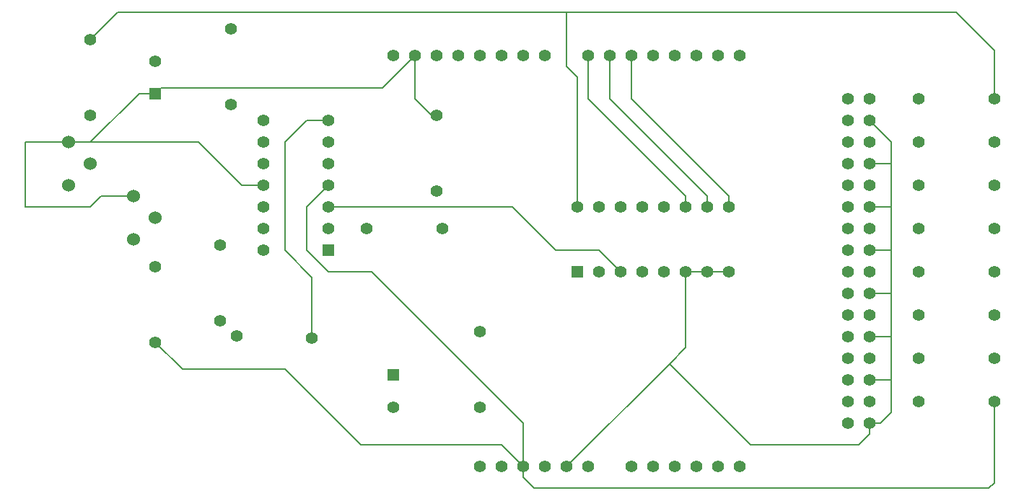
<source format=gbl>
G04 (created by PCBNEW-RS274X (2012-apr-16-27)-stable) date tor 22 apr 2014 20:35:00 CEST*
G01*
G70*
G90*
%MOIN*%
G04 Gerber Fmt 3.4, Leading zero omitted, Abs format*
%FSLAX34Y34*%
G04 APERTURE LIST*
%ADD10C,0.006000*%
%ADD11C,0.060000*%
%ADD12C,0.055000*%
%ADD13R,0.055000X0.055000*%
%ADD14C,0.008000*%
G04 APERTURE END LIST*
G54D10*
G54D11*
X60500Y-48000D03*
X61500Y-49000D03*
X60500Y-50000D03*
X57500Y-45500D03*
X58500Y-46500D03*
X57500Y-47500D03*
G54D12*
X96750Y-55500D03*
X100250Y-55500D03*
X61500Y-51250D03*
X61500Y-54750D03*
X58500Y-44250D03*
X58500Y-40750D03*
X74750Y-49500D03*
X71250Y-49500D03*
X64500Y-53750D03*
X64500Y-50250D03*
X74500Y-47750D03*
X74500Y-44250D03*
X68749Y-54546D03*
X65251Y-54454D03*
X65000Y-40250D03*
X65000Y-43750D03*
X76500Y-57750D03*
X76500Y-54250D03*
X96750Y-57500D03*
X100250Y-57500D03*
X96750Y-53500D03*
X100250Y-53500D03*
X96750Y-51500D03*
X100250Y-51500D03*
X96750Y-49500D03*
X100250Y-49500D03*
X96750Y-47500D03*
X100250Y-47500D03*
X96750Y-45500D03*
X100250Y-45500D03*
X96750Y-43500D03*
X100250Y-43500D03*
G54D13*
X81000Y-51500D03*
G54D12*
X82000Y-51500D03*
X83000Y-51500D03*
X84000Y-51500D03*
X85000Y-51500D03*
X86000Y-51500D03*
X87000Y-51500D03*
X88000Y-51500D03*
X88000Y-48500D03*
X87000Y-48500D03*
X86000Y-48500D03*
X85000Y-48500D03*
X84000Y-48500D03*
X83000Y-48500D03*
X82000Y-48500D03*
X81000Y-48500D03*
G54D13*
X69500Y-50500D03*
G54D12*
X69500Y-49500D03*
X69500Y-48500D03*
X69500Y-47500D03*
X69500Y-46500D03*
X69500Y-45500D03*
X69500Y-44500D03*
X66500Y-44500D03*
X66500Y-45500D03*
X66500Y-46500D03*
X66500Y-47500D03*
X66500Y-48500D03*
X66500Y-49500D03*
X66500Y-50500D03*
G54D13*
X61500Y-43250D03*
G54D12*
X61500Y-41750D03*
G54D13*
X72500Y-56250D03*
G54D12*
X72500Y-57750D03*
X94500Y-58500D03*
X94500Y-57500D03*
X94500Y-56500D03*
X94500Y-55500D03*
X94500Y-54500D03*
X94500Y-53500D03*
X94500Y-52500D03*
X94500Y-51500D03*
X93500Y-51500D03*
X93500Y-52500D03*
X93500Y-53500D03*
X93500Y-54500D03*
X93500Y-55500D03*
X93500Y-56500D03*
X93500Y-57500D03*
X93500Y-58500D03*
X94500Y-50500D03*
X94500Y-49500D03*
X93500Y-50500D03*
X93500Y-49500D03*
X94500Y-48500D03*
X94500Y-47500D03*
X94500Y-46500D03*
X94500Y-45500D03*
X94500Y-44500D03*
X94500Y-43500D03*
X93500Y-48500D03*
X93500Y-47500D03*
X93500Y-46500D03*
X93500Y-45500D03*
X93500Y-44500D03*
X93500Y-43500D03*
X81500Y-41500D03*
X82500Y-41500D03*
X83500Y-41500D03*
X84500Y-41500D03*
X85500Y-41500D03*
X86500Y-41500D03*
X87500Y-41500D03*
X88500Y-41500D03*
X79500Y-41500D03*
X78500Y-41500D03*
X77500Y-41500D03*
X76500Y-41500D03*
X75500Y-41500D03*
X74500Y-41500D03*
X73500Y-41500D03*
X72500Y-41500D03*
X88500Y-60500D03*
X87500Y-60500D03*
X86500Y-60500D03*
X85500Y-60500D03*
X84500Y-60500D03*
X83500Y-60500D03*
X81500Y-60500D03*
X80500Y-60500D03*
X79500Y-60500D03*
X78500Y-60500D03*
X77500Y-60500D03*
X76500Y-60500D03*
G54D14*
X87000Y-51500D02*
X88000Y-51500D01*
X95500Y-56500D02*
X95500Y-58000D01*
X94500Y-52500D02*
X95500Y-52500D01*
X94500Y-50500D02*
X95500Y-50500D01*
X94500Y-56500D02*
X95500Y-56500D01*
X94500Y-54500D02*
X95500Y-54500D01*
X94500Y-46500D02*
X95500Y-46500D01*
X73500Y-43500D02*
X73500Y-41500D01*
X60500Y-48000D02*
X59000Y-48000D01*
X55500Y-48500D02*
X55500Y-45500D01*
X58500Y-48500D02*
X55500Y-48500D01*
X59000Y-48000D02*
X58500Y-48500D01*
X55500Y-45500D02*
X57500Y-45500D01*
X74500Y-44250D02*
X74250Y-44250D01*
X87000Y-51500D02*
X86000Y-51500D01*
X95500Y-58000D02*
X95000Y-58500D01*
X86000Y-51500D02*
X86000Y-55000D01*
X86000Y-55000D02*
X85250Y-55750D01*
X85250Y-55750D02*
X80500Y-60500D01*
X95000Y-58500D02*
X94500Y-58500D01*
X73500Y-41500D02*
X72000Y-43000D01*
X61750Y-43000D02*
X61500Y-43250D01*
X72000Y-43000D02*
X61750Y-43000D01*
X94500Y-58500D02*
X94500Y-59000D01*
X89000Y-59500D02*
X85250Y-55750D01*
X94000Y-59500D02*
X89000Y-59500D01*
X94500Y-59000D02*
X94000Y-59500D01*
X95500Y-45500D02*
X95500Y-46500D01*
X74250Y-44250D02*
X73500Y-43500D01*
X94500Y-44500D02*
X95500Y-45500D01*
X95500Y-46500D02*
X95500Y-48500D01*
X95500Y-54500D02*
X95500Y-56500D01*
X63500Y-45500D02*
X65500Y-47500D01*
X65500Y-47500D02*
X66500Y-47500D01*
X94500Y-48500D02*
X95500Y-48500D01*
X58500Y-45500D02*
X57500Y-45500D01*
X58500Y-45500D02*
X63500Y-45500D01*
X61500Y-43250D02*
X60750Y-43250D01*
X60750Y-43250D02*
X58500Y-45500D01*
X95500Y-48500D02*
X95500Y-50500D01*
X95500Y-50500D02*
X95500Y-52500D01*
X95500Y-52500D02*
X95500Y-54500D01*
X86000Y-48000D02*
X81500Y-43500D01*
X86000Y-48500D02*
X86000Y-48000D01*
X81500Y-43500D02*
X81500Y-41500D01*
X88000Y-48000D02*
X83500Y-43500D01*
X83500Y-43500D02*
X83500Y-41500D01*
X88000Y-48500D02*
X88000Y-48000D01*
X67500Y-45500D02*
X68500Y-44500D01*
X67500Y-50500D02*
X67500Y-45500D01*
X68500Y-44500D02*
X69500Y-44500D01*
X68749Y-51749D02*
X67500Y-50500D01*
X68749Y-54546D02*
X68749Y-51749D01*
X87000Y-48500D02*
X87000Y-48000D01*
X87000Y-48000D02*
X82500Y-43500D01*
X82500Y-43500D02*
X82500Y-41500D01*
X69500Y-48500D02*
X75500Y-48500D01*
X78000Y-48500D02*
X75500Y-48500D01*
X82000Y-50500D02*
X80000Y-50500D01*
X82000Y-50500D02*
X83000Y-51500D01*
X80000Y-50500D02*
X78000Y-48500D01*
X68500Y-48500D02*
X69500Y-47500D01*
X78500Y-61000D02*
X79000Y-61500D01*
X100250Y-41250D02*
X98500Y-39500D01*
X80500Y-42000D02*
X80500Y-39500D01*
X78500Y-60500D02*
X78500Y-58500D01*
X100250Y-43500D02*
X100250Y-41250D01*
X81000Y-42500D02*
X80500Y-42000D01*
X100250Y-61250D02*
X100250Y-57500D01*
X81000Y-48500D02*
X81000Y-42500D01*
X71000Y-59500D02*
X67500Y-56000D01*
X77500Y-59500D02*
X71000Y-59500D01*
X100000Y-61500D02*
X100250Y-61250D01*
X67500Y-56000D02*
X62750Y-56000D01*
X78500Y-60500D02*
X77500Y-59500D01*
X79000Y-61500D02*
X100000Y-61500D01*
X62750Y-56000D02*
X61500Y-54750D01*
X71500Y-51500D02*
X69500Y-51500D01*
X69500Y-51500D02*
X68500Y-50500D01*
X98500Y-39500D02*
X80500Y-39500D01*
X78500Y-58500D02*
X71500Y-51500D01*
X80500Y-39500D02*
X59750Y-39500D01*
X68500Y-50500D02*
X68500Y-48500D01*
X78500Y-60500D02*
X78500Y-61000D01*
X59750Y-39500D02*
X58500Y-40750D01*
M02*

</source>
